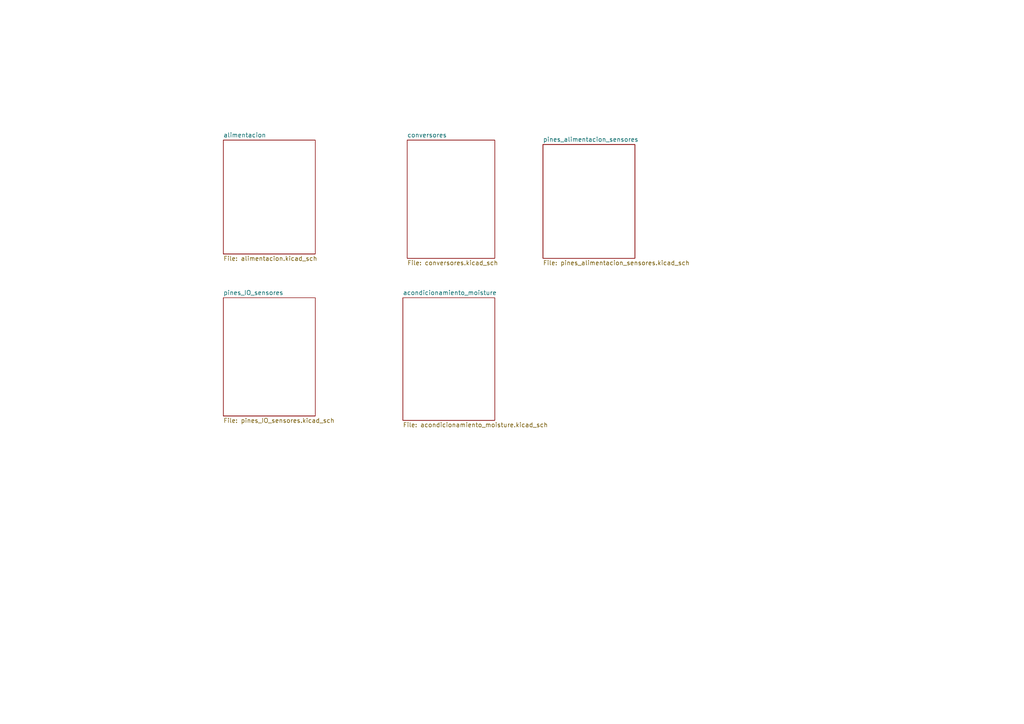
<source format=kicad_sch>
(kicad_sch (version 20211123) (generator eeschema)

  (uuid f4a8765f-e65a-417c-b689-23215a49697d)

  (paper "A4")

  (title_block
    (title "PCB Acondicionamiento Suelo")
    (date "2023-06-10")
    (company "UC3M")
    (comment 1 "Hojas jerárquicas del acondicionamiento de los sensores de suelo.")
  )

  (lib_symbols
  )


  (sheet (at 64.77 40.64) (size 26.67 33.02) (fields_autoplaced)
    (stroke (width 0.1524) (type solid) (color 0 0 0 0))
    (fill (color 0 0 0 0.0000))
    (uuid 0abdcf83-660f-425a-9378-cde612146263)
    (property "Sheet name" "alimentacion" (id 0) (at 64.77 39.9284 0)
      (effects (font (size 1.27 1.27)) (justify left bottom))
    )
    (property "Sheet file" "alimentacion.kicad_sch" (id 1) (at 64.77 74.2446 0)
      (effects (font (size 1.27 1.27)) (justify left top))
    )
  )

  (sheet (at 118.11 40.64) (size 25.4 34.29) (fields_autoplaced)
    (stroke (width 0.1524) (type solid) (color 0 0 0 0))
    (fill (color 0 0 0 0.0000))
    (uuid 2e38b6d0-5f8a-4de6-9840-d4ea1e156309)
    (property "Sheet name" "conversores" (id 0) (at 118.11 39.9284 0)
      (effects (font (size 1.27 1.27)) (justify left bottom))
    )
    (property "Sheet file" "conversores.kicad_sch" (id 1) (at 118.11 75.5146 0)
      (effects (font (size 1.27 1.27)) (justify left top))
    )
  )

  (sheet (at 157.48 41.91) (size 26.67 33.02) (fields_autoplaced)
    (stroke (width 0.1524) (type solid) (color 0 0 0 0))
    (fill (color 0 0 0 0.0000))
    (uuid 2ec114fc-24d4-4a72-b9aa-4551a3f0971a)
    (property "Sheet name" "pines_alimentacion_sensores" (id 0) (at 157.48 41.1984 0)
      (effects (font (size 1.27 1.27)) (justify left bottom))
    )
    (property "Sheet file" "pines_alimentacion_sensores.kicad_sch" (id 1) (at 157.48 75.5146 0)
      (effects (font (size 1.27 1.27)) (justify left top))
    )
  )

  (sheet (at 116.84 86.36) (size 26.67 35.56) (fields_autoplaced)
    (stroke (width 0.1524) (type solid) (color 0 0 0 0))
    (fill (color 0 0 0 0.0000))
    (uuid 4dbe4445-0509-4b33-8691-c9be56e5c28c)
    (property "Sheet name" "acondicionamiento_moisture" (id 0) (at 116.84 85.6484 0)
      (effects (font (size 1.27 1.27)) (justify left bottom))
    )
    (property "Sheet file" "acondicionamiento_moisture.kicad_sch" (id 1) (at 116.84 122.5046 0)
      (effects (font (size 1.27 1.27)) (justify left top))
    )
  )

  (sheet (at 64.77 86.36) (size 26.67 34.29) (fields_autoplaced)
    (stroke (width 0.1524) (type solid) (color 0 0 0 0))
    (fill (color 0 0 0 0.0000))
    (uuid 6fb832a9-97a7-4fe7-8ef6-8ad5589be7d8)
    (property "Sheet name" "pines_IO_sensores" (id 0) (at 64.77 85.6484 0)
      (effects (font (size 1.27 1.27)) (justify left bottom))
    )
    (property "Sheet file" "pines_IO_sensores.kicad_sch" (id 1) (at 64.77 121.2346 0)
      (effects (font (size 1.27 1.27)) (justify left top))
    )
  )

  (sheet_instances
    (path "/" (page "1"))
    (path "/6fb832a9-97a7-4fe7-8ef6-8ad5589be7d8" (page "4"))
    (path "/4dbe4445-0509-4b33-8691-c9be56e5c28c" (page "5"))
    (path "/2ec114fc-24d4-4a72-b9aa-4551a3f0971a" (page "5"))
    (path "/0abdcf83-660f-425a-9378-cde612146263" (page "6"))
    (path "/2e38b6d0-5f8a-4de6-9840-d4ea1e156309" (page "6"))
  )

  (symbol_instances
    (path "/4dbe4445-0509-4b33-8691-c9be56e5c28c/3c506733-d271-475d-8352-dc4f0667d663"
      (reference "#PWR0101") (unit 1) (value "GND") (footprint "")
    )
    (path "/4dbe4445-0509-4b33-8691-c9be56e5c28c/b4f1252f-5d0d-4edf-848f-d21c7bbc0cdb"
      (reference "#PWR0102") (unit 1) (value "GND") (footprint "")
    )
    (path "/4dbe4445-0509-4b33-8691-c9be56e5c28c/96872203-71e8-4540-8050-ec6342f8a5dc"
      (reference "#PWR0103") (unit 1) (value "GND") (footprint "")
    )
    (path "/0abdcf83-660f-425a-9378-cde612146263/d5019a3b-1c80-4559-be21-d349cf3e62a2"
      (reference "#PWR0104") (unit 1) (value "GND") (footprint "")
    )
    (path "/2e38b6d0-5f8a-4de6-9840-d4ea1e156309/becc5a68-ae09-43ef-94d0-bf0dc1ead507"
      (reference "#PWR0105") (unit 1) (value "GND") (footprint "")
    )
    (path "/2e38b6d0-5f8a-4de6-9840-d4ea1e156309/b76bd4d8-11ce-46d6-bd7f-3795318552e0"
      (reference "#PWR0106") (unit 1) (value "GND") (footprint "")
    )
    (path "/4dbe4445-0509-4b33-8691-c9be56e5c28c/d384948f-de2d-4b14-9c18-0800414b00be"
      (reference "C1") (unit 1) (value "EEUFC1H150") (footprint "CAPPRD200W50D500H1100")
    )
    (path "/4dbe4445-0509-4b33-8691-c9be56e5c28c/8c8e7dea-79e8-4e21-9cfe-d151717ec894"
      (reference "C2") (unit 1) (value "EEUFC1H150") (footprint "CAPPRD200W50D500H1100")
    )
    (path "/4dbe4445-0509-4b33-8691-c9be56e5c28c/831f68d3-6c4e-4d75-a719-56f2c2f749ee"
      (reference "C3") (unit 1) (value "CL21B103KBANNNC") (footprint "CAPC2012X140N")
    )
    (path "/2e38b6d0-5f8a-4de6-9840-d4ea1e156309/39a9e9b4-0150-4ede-bf37-ba90dd4480cb"
      (reference "C4") (unit 1) (value "EEUFC1H150") (footprint "CAPPRD200W50D500H1100")
    )
    (path "/2e38b6d0-5f8a-4de6-9840-d4ea1e156309/a3f29bde-ad16-455c-aa0e-d295ba275824"
      (reference "C5") (unit 1) (value "EEUFC1H150") (footprint "CAPPRD200W50D500H1100")
    )
    (path "/2e38b6d0-5f8a-4de6-9840-d4ea1e156309/dea4a7f1-af4e-451d-bafc-dd485d945d61"
      (reference "C6") (unit 1) (value "EEUFC1H150") (footprint "CAPPRD200W50D500H1100")
    )
    (path "/2e38b6d0-5f8a-4de6-9840-d4ea1e156309/2e1c05eb-929a-42a6-9355-fadcbd62304a"
      (reference "C7") (unit 1) (value "EEUFC1H150") (footprint "CAPPRD200W50D500H1100")
    )
    (path "/6fb832a9-97a7-4fe7-8ef6-8ad5589be7d8/2e812659-0ef8-4f24-be20-8067e0fbcfd4"
      (reference "J1") (unit 1) (value "Conn_01x03") (footprint "Connector_PinHeader_2.54mm:PinHeader_1x03_P2.54mm_Vertical")
    )
    (path "/2ec114fc-24d4-4a72-b9aa-4551a3f0971a/2a5aa665-b23d-4da5-bc88-3d788201474b"
      (reference "J2") (unit 1) (value "Conn_01x04") (footprint "Connector_PinHeader_2.54mm:PinHeader_1x04_P2.54mm_Vertical")
    )
    (path "/0abdcf83-660f-425a-9378-cde612146263/029ed3e8-dbe9-4b8b-b0fd-9a4aaf2197f9"
      (reference "J3") (unit 1) (value "Conn_01x02") (footprint "Connector_PinHeader_2.54mm:PinHeader_1x02_P2.54mm_Vertical")
    )
    (path "/2e38b6d0-5f8a-4de6-9840-d4ea1e156309/668d931b-8c15-4b79-b5bb-8b1595a55ade"
      (reference "PS1") (unit 1) (value "R-739.0P") (footprint "CONV_R-739.0P")
    )
    (path "/4dbe4445-0509-4b33-8691-c9be56e5c28c/3aadcd47-3b1a-42b3-8989-ca3fe4c68af1"
      (reference "R1") (unit 1) (value "LT5400BCMS8E-6#PBF") (footprint "SOP65P490X110-9N")
    )
    (path "/4dbe4445-0509-4b33-8691-c9be56e5c28c/fac022d4-57a1-4156-b853-8cf97be1f4e3"
      (reference "R2") (unit 1) (value "LT5400BCMS8E-6#PBF") (footprint "SOP65P490X110-9N")
    )
    (path "/4dbe4445-0509-4b33-8691-c9be56e5c28c/d9c8187e-b0ae-48f6-9fcc-d0473528e2ab"
      (reference "U1") (unit 1) (value "OP292GSZ-REEL") (footprint "SOIC127P600X175-8N")
    )
    (path "/2e38b6d0-5f8a-4de6-9840-d4ea1e156309/03a0d000-082e-47ff-8e67-80069edc0eff"
      (reference "U2") (unit 1) (value "FDV303N") (footprint "SOT23")
    )
    (path "/2e38b6d0-5f8a-4de6-9840-d4ea1e156309/a5f8d364-c971-4f69-96cf-f0e58a573343"
      (reference "VR1") (unit 1) (value "LM1085ISX-5.0/NOPB") (footprint "TO254P1435X464-4N")
    )
  )
)

</source>
